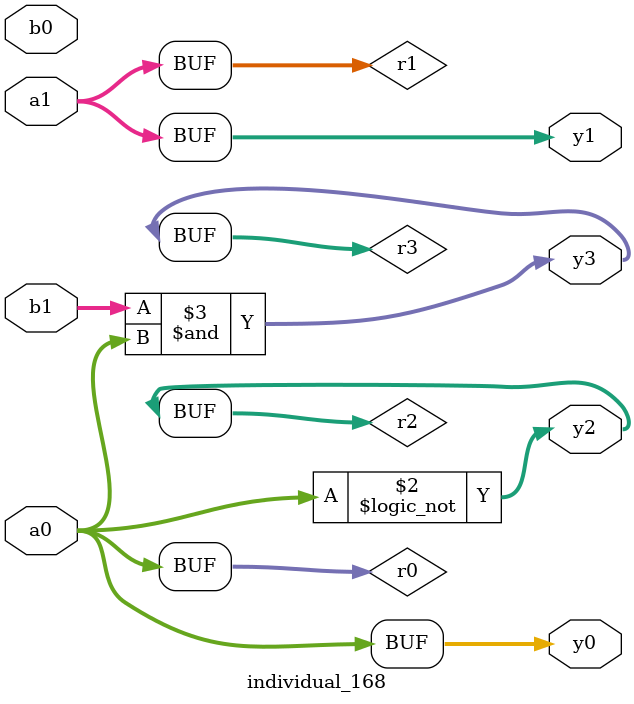
<source format=sv>
module individual_168(input logic [15:0] a1, input logic [15:0] a0, input logic [15:0] b1, input logic [15:0] b0, output logic [15:0] y3, output logic [15:0] y2, output logic [15:0] y1, output logic [15:0] y0);
logic [15:0] r0, r1, r2, r3; 
 always@(*) begin 
	 r0 = a0; r1 = a1; r2 = b0; r3 = b1; 
 	 r2 = ! r0 ;
 	 r3  &=  a0 ;
 	 y3 = r3; y2 = r2; y1 = r1; y0 = r0; 
end
endmodule
</source>
